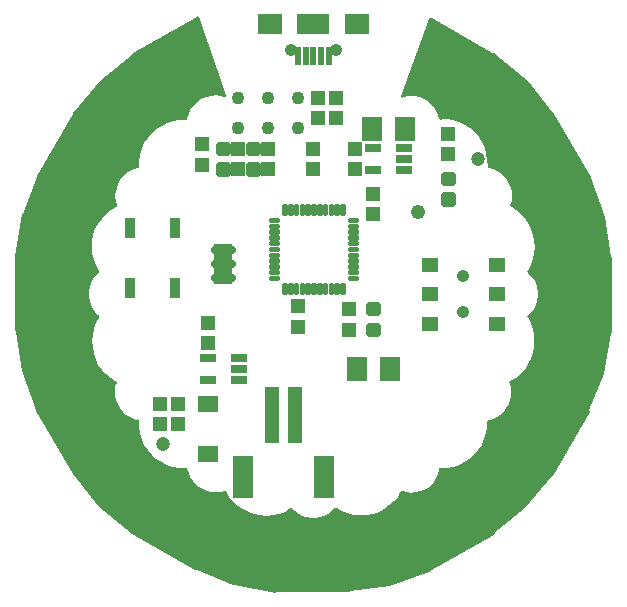
<source format=gbr>
G04 EAGLE Gerber RS-274X export*
G75*
%MOMM*%
%FSLAX34Y34*%
%LPD*%
%INSoldermask Top*%
%IPPOS*%
%AMOC8*
5,1,8,0,0,1.08239X$1,22.5*%
G01*
%ADD10C,4.267200*%
%ADD11C,0.457909*%
%ADD12R,1.403200X0.753200*%
%ADD13R,1.203200X4.803200*%
%ADD14R,1.803200X3.603200*%
%ADD15C,0.505344*%
%ADD16R,1.203200X1.303200*%
%ADD17R,1.353200X1.203200*%
%ADD18C,1.053200*%
%ADD19R,0.965200X1.727200*%
%ADD20R,1.803200X2.003200*%
%ADD21C,0.653200*%
%ADD22R,1.534156X3.495038*%
%ADD23C,1.203200*%
%ADD24R,1.673200X1.473200*%
%ADD25R,0.603200X1.603200*%
%ADD26R,2.000000X1.700000*%
%ADD27R,2.700000X1.700000*%
%ADD28C,1.219200*%
%ADD29C,1.092200*%

G36*
X-31700Y-252723D02*
X-31700Y-252723D01*
X-31656Y-252726D01*
X-31543Y-252703D01*
X-31429Y-252688D01*
X-31387Y-252671D01*
X-31344Y-252662D01*
X-31240Y-252612D01*
X-31134Y-252569D01*
X-31098Y-252543D01*
X-31058Y-252524D01*
X-30970Y-252449D01*
X-30877Y-252381D01*
X-30849Y-252347D01*
X-30815Y-252318D01*
X-30748Y-252224D01*
X-30706Y-252173D01*
X30264Y-252173D01*
X30328Y-252165D01*
X30393Y-252167D01*
X30486Y-252145D01*
X30580Y-252133D01*
X30640Y-252110D01*
X30703Y-252095D01*
X30787Y-252051D01*
X30875Y-252016D01*
X30928Y-251978D01*
X30985Y-251949D01*
X31056Y-251885D01*
X31133Y-251829D01*
X31174Y-251780D01*
X31218Y-251740D01*
X64826Y-246898D01*
X64874Y-246885D01*
X64922Y-246880D01*
X65077Y-246835D01*
X97836Y-234992D01*
X97872Y-235001D01*
X97950Y-235029D01*
X98026Y-235037D01*
X98100Y-235054D01*
X98183Y-235053D01*
X98266Y-235061D01*
X98342Y-235050D01*
X98418Y-235048D01*
X98498Y-235026D01*
X98581Y-235013D01*
X98651Y-234983D01*
X98724Y-234963D01*
X98868Y-234892D01*
X152761Y-203776D01*
X152813Y-203737D01*
X152869Y-203706D01*
X152939Y-203642D01*
X153014Y-203584D01*
X153055Y-203534D01*
X153102Y-203489D01*
X153153Y-203409D01*
X153212Y-203335D01*
X153238Y-203276D01*
X153273Y-203221D01*
X153303Y-203131D01*
X153341Y-203045D01*
X153352Y-202981D01*
X153372Y-202919D01*
X153379Y-202825D01*
X153395Y-202731D01*
X153389Y-202666D01*
X153393Y-202602D01*
X153376Y-202509D01*
X153368Y-202414D01*
X153347Y-202353D01*
X153335Y-202289D01*
X153295Y-202203D01*
X153264Y-202114D01*
X153228Y-202060D01*
X153201Y-202001D01*
X153133Y-201908D01*
X179116Y-181462D01*
X179151Y-181427D01*
X179191Y-181399D01*
X179302Y-181283D01*
X201916Y-154451D01*
X201984Y-154440D01*
X202053Y-154408D01*
X202126Y-154386D01*
X202197Y-154343D01*
X202274Y-154309D01*
X202333Y-154261D01*
X202398Y-154222D01*
X202457Y-154162D01*
X202522Y-154110D01*
X202568Y-154049D01*
X202621Y-153995D01*
X202710Y-153861D01*
X233825Y-99968D01*
X233850Y-99909D01*
X233884Y-99853D01*
X233911Y-99763D01*
X233948Y-99675D01*
X233958Y-99611D01*
X233977Y-99549D01*
X233981Y-99454D01*
X233995Y-99360D01*
X233988Y-99296D01*
X233991Y-99231D01*
X233972Y-99139D01*
X233962Y-99044D01*
X233939Y-98983D01*
X233926Y-98920D01*
X233884Y-98835D01*
X233851Y-98746D01*
X233814Y-98693D01*
X233785Y-98635D01*
X233724Y-98563D01*
X233669Y-98485D01*
X233621Y-98443D01*
X233601Y-98420D01*
X245857Y-67781D01*
X245866Y-67747D01*
X245878Y-67722D01*
X245880Y-67711D01*
X245890Y-67690D01*
X245928Y-67533D01*
X252125Y-32828D01*
X252145Y-32818D01*
X252204Y-32769D01*
X252268Y-32729D01*
X252325Y-32668D01*
X252389Y-32614D01*
X252434Y-32553D01*
X252486Y-32497D01*
X252526Y-32424D01*
X252575Y-32356D01*
X252603Y-32285D01*
X252640Y-32219D01*
X252660Y-32138D01*
X252691Y-32060D01*
X252700Y-31984D01*
X252719Y-31911D01*
X252729Y-31750D01*
X252729Y30480D01*
X252721Y30544D01*
X252723Y30609D01*
X252707Y30676D01*
X252707Y30680D01*
X252704Y30688D01*
X252701Y30701D01*
X252689Y30796D01*
X252666Y30856D01*
X252651Y30919D01*
X252607Y31003D01*
X252572Y31091D01*
X252534Y31143D01*
X252505Y31201D01*
X252441Y31272D01*
X252385Y31349D01*
X252336Y31390D01*
X252293Y31438D01*
X252214Y31491D01*
X252141Y31551D01*
X252082Y31579D01*
X252028Y31615D01*
X251939Y31646D01*
X251853Y31687D01*
X251789Y31699D01*
X251728Y31721D01*
X251667Y31726D01*
X246898Y64826D01*
X246885Y64874D01*
X246880Y64922D01*
X246835Y65077D01*
X234992Y97836D01*
X235001Y97872D01*
X235029Y97950D01*
X235037Y98026D01*
X235054Y98100D01*
X235053Y98183D01*
X235061Y98266D01*
X235050Y98342D01*
X235048Y98418D01*
X235026Y98498D01*
X235013Y98581D01*
X234983Y98651D01*
X234963Y98724D01*
X234892Y98868D01*
X203776Y152761D01*
X203737Y152813D01*
X203706Y152869D01*
X203642Y152939D01*
X203584Y153014D01*
X203534Y153055D01*
X203489Y153102D01*
X203409Y153153D01*
X203335Y153212D01*
X203276Y153238D01*
X203221Y153273D01*
X203131Y153303D01*
X203045Y153341D01*
X202981Y153352D01*
X202919Y153372D01*
X202825Y153379D01*
X202803Y153382D01*
X181894Y179955D01*
X181859Y179989D01*
X181830Y180029D01*
X181714Y180141D01*
X154093Y203420D01*
X153996Y203482D01*
X153905Y203551D01*
X153864Y203568D01*
X153826Y203593D01*
X153717Y203629D01*
X153611Y203673D01*
X153567Y203680D01*
X153525Y203694D01*
X153410Y203702D01*
X153296Y203718D01*
X153252Y203714D01*
X153207Y203717D01*
X153094Y203696D01*
X152980Y203684D01*
X152938Y203668D01*
X152895Y203660D01*
X152790Y203612D01*
X152682Y203572D01*
X152646Y203546D01*
X152605Y203528D01*
X152539Y203473D01*
X99968Y233825D01*
X99909Y233850D01*
X99853Y233884D01*
X99763Y233911D01*
X99675Y233948D01*
X99611Y233958D01*
X99549Y233977D01*
X99454Y233981D01*
X99360Y233995D01*
X99296Y233988D01*
X99231Y233991D01*
X99139Y233972D01*
X99044Y233962D01*
X98983Y233939D01*
X98920Y233926D01*
X98835Y233884D01*
X98746Y233851D01*
X98693Y233814D01*
X98635Y233785D01*
X98563Y233724D01*
X98485Y233669D01*
X98443Y233621D01*
X98393Y233578D01*
X98339Y233501D01*
X98277Y233429D01*
X98248Y233371D01*
X98211Y233318D01*
X98145Y233171D01*
X73754Y168064D01*
X73748Y168039D01*
X73737Y168016D01*
X73711Y167885D01*
X73680Y167755D01*
X73681Y167729D01*
X73676Y167704D01*
X73684Y167570D01*
X73686Y167437D01*
X73693Y167412D01*
X73694Y167387D01*
X73735Y167259D01*
X73771Y167130D01*
X73783Y167108D01*
X73791Y167084D01*
X73862Y166970D01*
X73929Y166854D01*
X73947Y166836D01*
X73960Y166814D01*
X74057Y166722D01*
X74151Y166626D01*
X74173Y166613D01*
X74191Y166596D01*
X74308Y166531D01*
X74422Y166461D01*
X74447Y166453D01*
X74469Y166441D01*
X74598Y166407D01*
X74727Y166368D01*
X74752Y166367D01*
X74777Y166360D01*
X74911Y166360D01*
X75044Y166354D01*
X75069Y166359D01*
X75095Y166359D01*
X75253Y166388D01*
X78952Y167322D01*
X82652Y167668D01*
X86361Y167441D01*
X89992Y166648D01*
X93458Y165306D01*
X96677Y163447D01*
X99572Y161117D01*
X102074Y158370D01*
X104126Y155270D01*
X105676Y151893D01*
X106717Y148223D01*
X106722Y148210D01*
X106725Y148196D01*
X106785Y148063D01*
X106841Y147930D01*
X106850Y147919D01*
X106855Y147906D01*
X106946Y147792D01*
X107034Y147677D01*
X107045Y147669D01*
X107054Y147658D01*
X107170Y147571D01*
X107284Y147481D01*
X107297Y147475D01*
X107308Y147467D01*
X107442Y147411D01*
X107575Y147352D01*
X107589Y147350D01*
X107602Y147345D01*
X107745Y147324D01*
X107889Y147300D01*
X107903Y147302D01*
X107917Y147300D01*
X108061Y147315D01*
X108206Y147328D01*
X108219Y147333D01*
X108233Y147334D01*
X108369Y147385D01*
X108506Y147434D01*
X108518Y147442D01*
X108531Y147446D01*
X108649Y147530D01*
X108770Y147611D01*
X108780Y147621D01*
X108791Y147629D01*
X108903Y147745D01*
X109203Y148096D01*
X113270Y147959D01*
X118435Y147066D01*
X123429Y145474D01*
X128158Y143212D01*
X132532Y140323D01*
X136469Y136862D01*
X139895Y132895D01*
X142744Y128495D01*
X144964Y123746D01*
X146512Y118738D01*
X147359Y113565D01*
X147491Y108238D01*
X147501Y108175D01*
X147501Y108111D01*
X147525Y108018D01*
X147539Y107923D01*
X147564Y107865D01*
X147580Y107803D01*
X147626Y107719D01*
X147663Y107631D01*
X147702Y107580D01*
X147732Y107524D01*
X147798Y107454D01*
X147857Y107378D01*
X147878Y107361D01*
X147907Y107312D01*
X147971Y107195D01*
X147989Y107176D01*
X148002Y107154D01*
X148097Y107060D01*
X148188Y106962D01*
X148210Y106949D01*
X148228Y106931D01*
X148344Y106863D01*
X148456Y106791D01*
X148480Y106783D01*
X148502Y106770D01*
X148654Y106717D01*
X152324Y105676D01*
X155702Y104126D01*
X158801Y102074D01*
X161549Y99572D01*
X163879Y96677D01*
X165737Y93458D01*
X167079Y89992D01*
X167873Y86361D01*
X168099Y82652D01*
X167754Y78952D01*
X167132Y76490D01*
X167070Y76469D01*
X166993Y76419D01*
X166911Y76378D01*
X166860Y76334D01*
X166802Y76297D01*
X166740Y76229D01*
X166671Y76169D01*
X166633Y76113D01*
X166586Y76063D01*
X166543Y75983D01*
X166491Y75907D01*
X166468Y75843D01*
X166435Y75783D01*
X166413Y75694D01*
X166382Y75608D01*
X166375Y75541D01*
X166359Y75475D01*
X166359Y75383D01*
X166350Y75292D01*
X166360Y75225D01*
X166361Y75157D01*
X166384Y75068D01*
X166398Y74978D01*
X166425Y74915D01*
X166442Y74849D01*
X166487Y74769D01*
X166523Y74685D01*
X166564Y74631D01*
X166597Y74572D01*
X166660Y74505D01*
X166716Y74433D01*
X166770Y74391D01*
X166817Y74341D01*
X166948Y74248D01*
X167041Y74190D01*
X167043Y74187D01*
X167128Y74070D01*
X167139Y74061D01*
X167148Y74050D01*
X167262Y73960D01*
X167374Y73868D01*
X167387Y73862D01*
X167398Y73854D01*
X167530Y73795D01*
X167662Y73734D01*
X167676Y73731D01*
X167689Y73726D01*
X167820Y73704D01*
X171470Y71429D01*
X175497Y68073D01*
X179026Y64197D01*
X181990Y59874D01*
X184334Y55185D01*
X186013Y50219D01*
X186996Y45070D01*
X187264Y39835D01*
X186812Y34613D01*
X185648Y29502D01*
X183795Y24598D01*
X181246Y19918D01*
X181223Y19859D01*
X181191Y19804D01*
X181165Y19712D01*
X181130Y19622D01*
X181122Y19559D01*
X181105Y19498D01*
X181103Y19402D01*
X181091Y19307D01*
X181100Y19244D01*
X181098Y19180D01*
X181120Y19087D01*
X181132Y18991D01*
X181156Y18932D01*
X181170Y18870D01*
X181215Y18785D01*
X181251Y18696D01*
X181288Y18645D01*
X181317Y18588D01*
X181382Y18517D01*
X181438Y18439D01*
X181487Y18399D01*
X181530Y18352D01*
X181610Y18298D01*
X181684Y18237D01*
X181742Y18211D01*
X181794Y18175D01*
X181885Y18144D01*
X181972Y18103D01*
X182034Y18091D01*
X182046Y18087D01*
X184628Y15430D01*
X186777Y12398D01*
X188436Y9072D01*
X189564Y5531D01*
X190135Y1858D01*
X190135Y-1858D01*
X189564Y-5531D01*
X188436Y-9072D01*
X186777Y-12398D01*
X184628Y-15430D01*
X182336Y-17789D01*
X182295Y-17797D01*
X182227Y-17800D01*
X182140Y-17827D01*
X182050Y-17845D01*
X181988Y-17874D01*
X181923Y-17894D01*
X181846Y-17942D01*
X181763Y-17982D01*
X181711Y-18026D01*
X181653Y-18061D01*
X181589Y-18127D01*
X181519Y-18186D01*
X181479Y-18241D01*
X181432Y-18290D01*
X181387Y-18370D01*
X181333Y-18444D01*
X181308Y-18508D01*
X181275Y-18567D01*
X181251Y-18655D01*
X181218Y-18740D01*
X181209Y-18808D01*
X181192Y-18874D01*
X181190Y-18965D01*
X181179Y-19056D01*
X181188Y-19124D01*
X181187Y-19192D01*
X181209Y-19280D01*
X181220Y-19371D01*
X181246Y-19435D01*
X181262Y-19501D01*
X181328Y-19647D01*
X183836Y-24350D01*
X185645Y-29269D01*
X186763Y-34391D01*
X187168Y-39617D01*
X186854Y-44849D01*
X185825Y-49989D01*
X184102Y-54940D01*
X181717Y-59607D01*
X178714Y-63904D01*
X175151Y-67749D01*
X171094Y-71069D01*
X166547Y-73847D01*
X166497Y-73887D01*
X166442Y-73918D01*
X166373Y-73985D01*
X166298Y-74045D01*
X166260Y-74096D01*
X166215Y-74141D01*
X166165Y-74223D01*
X166107Y-74299D01*
X166082Y-74358D01*
X166049Y-74412D01*
X166022Y-74504D01*
X165985Y-74593D01*
X165976Y-74656D01*
X165957Y-74717D01*
X165953Y-74813D01*
X165939Y-74908D01*
X165946Y-74971D01*
X165943Y-75034D01*
X165963Y-75128D01*
X165974Y-75224D01*
X165996Y-75284D01*
X166009Y-75346D01*
X166052Y-75432D01*
X166085Y-75522D01*
X166122Y-75574D01*
X166150Y-75631D01*
X166213Y-75704D01*
X166268Y-75782D01*
X166316Y-75824D01*
X166357Y-75872D01*
X166436Y-75927D01*
X166509Y-75989D01*
X166566Y-76017D01*
X166584Y-76030D01*
X167322Y-78952D01*
X167668Y-82652D01*
X167549Y-84606D01*
X167441Y-86361D01*
X166648Y-89992D01*
X165306Y-93458D01*
X163447Y-96677D01*
X161117Y-99572D01*
X158370Y-102074D01*
X155270Y-104126D01*
X151893Y-105676D01*
X149175Y-106447D01*
X149127Y-106415D01*
X149063Y-106393D01*
X149002Y-106362D01*
X148913Y-106342D01*
X148826Y-106312D01*
X148758Y-106307D01*
X148692Y-106292D01*
X148601Y-106295D01*
X148509Y-106287D01*
X148442Y-106299D01*
X148374Y-106301D01*
X148286Y-106326D01*
X148196Y-106342D01*
X148134Y-106370D01*
X148068Y-106389D01*
X147990Y-106435D01*
X147906Y-106473D01*
X147853Y-106515D01*
X147794Y-106550D01*
X147729Y-106614D01*
X147658Y-106671D01*
X147617Y-106726D01*
X147568Y-106774D01*
X147522Y-106853D01*
X147467Y-106926D01*
X147441Y-106989D01*
X147406Y-107047D01*
X147380Y-107135D01*
X147345Y-107219D01*
X147335Y-107287D01*
X147316Y-107352D01*
X147300Y-107512D01*
X147121Y-112839D01*
X146227Y-118004D01*
X144635Y-122998D01*
X142373Y-127727D01*
X139484Y-132101D01*
X136024Y-136038D01*
X132056Y-139463D01*
X127656Y-142313D01*
X122908Y-144533D01*
X117899Y-146081D01*
X112727Y-146928D01*
X107399Y-147060D01*
X107336Y-147069D01*
X107273Y-147069D01*
X107180Y-147093D01*
X107085Y-147108D01*
X107026Y-147132D01*
X106965Y-147148D01*
X106880Y-147194D01*
X106792Y-147232D01*
X106741Y-147270D01*
X106686Y-147301D01*
X106616Y-147367D01*
X106539Y-147425D01*
X106500Y-147475D01*
X106454Y-147518D01*
X106402Y-147599D01*
X106343Y-147675D01*
X106317Y-147733D01*
X106283Y-147787D01*
X106253Y-147878D01*
X106214Y-147966D01*
X106204Y-148029D01*
X106184Y-148089D01*
X106178Y-148185D01*
X106162Y-148280D01*
X106168Y-148343D01*
X106164Y-148406D01*
X106182Y-148501D01*
X106190Y-148596D01*
X106211Y-148656D01*
X106223Y-148719D01*
X106264Y-148806D01*
X106295Y-148897D01*
X106331Y-148949D01*
X106358Y-149007D01*
X106452Y-149137D01*
X106547Y-149252D01*
X105676Y-152324D01*
X104126Y-155702D01*
X102074Y-158801D01*
X99572Y-161549D01*
X96677Y-163879D01*
X93458Y-165737D01*
X89992Y-167079D01*
X86361Y-167873D01*
X82652Y-168099D01*
X78952Y-167754D01*
X76490Y-167132D01*
X76469Y-167070D01*
X76419Y-166993D01*
X76378Y-166911D01*
X76334Y-166860D01*
X76297Y-166802D01*
X76229Y-166740D01*
X76169Y-166671D01*
X76113Y-166633D01*
X76063Y-166586D01*
X75983Y-166543D01*
X75907Y-166491D01*
X75843Y-166468D01*
X75783Y-166435D01*
X75694Y-166413D01*
X75609Y-166382D01*
X75541Y-166375D01*
X75475Y-166358D01*
X75383Y-166359D01*
X75292Y-166350D01*
X75225Y-166360D01*
X75157Y-166361D01*
X75068Y-166384D01*
X74978Y-166398D01*
X74915Y-166425D01*
X74849Y-166442D01*
X74769Y-166487D01*
X74685Y-166523D01*
X74631Y-166564D01*
X74572Y-166597D01*
X74505Y-166660D01*
X74433Y-166716D01*
X74391Y-166770D01*
X74341Y-166817D01*
X74248Y-166947D01*
X74190Y-167041D01*
X74187Y-167043D01*
X74070Y-167128D01*
X74061Y-167139D01*
X74050Y-167148D01*
X73960Y-167262D01*
X73868Y-167374D01*
X73862Y-167387D01*
X73854Y-167398D01*
X73795Y-167530D01*
X73734Y-167662D01*
X73731Y-167676D01*
X73726Y-167689D01*
X73704Y-167820D01*
X71429Y-171470D01*
X68073Y-175497D01*
X64197Y-179026D01*
X59874Y-181990D01*
X55185Y-184334D01*
X50219Y-186013D01*
X45070Y-186996D01*
X39835Y-187264D01*
X34613Y-186812D01*
X29502Y-185648D01*
X24599Y-183795D01*
X19919Y-181246D01*
X19859Y-181223D01*
X19804Y-181191D01*
X19712Y-181165D01*
X19622Y-181130D01*
X19559Y-181122D01*
X19498Y-181105D01*
X19402Y-181103D01*
X19307Y-181091D01*
X19244Y-181100D01*
X19180Y-181098D01*
X19151Y-181105D01*
X19023Y-181069D01*
X18998Y-181068D01*
X18973Y-181062D01*
X18839Y-181064D01*
X18705Y-181061D01*
X18681Y-181067D01*
X18655Y-181067D01*
X18526Y-181103D01*
X18396Y-181133D01*
X18373Y-181145D01*
X18348Y-181151D01*
X18232Y-181218D01*
X18113Y-181279D01*
X18094Y-181296D01*
X18072Y-181309D01*
X17950Y-181414D01*
X15214Y-184072D01*
X12182Y-186221D01*
X8856Y-187880D01*
X5315Y-189008D01*
X1643Y-189579D01*
X-2074Y-189579D01*
X-5746Y-189008D01*
X-9288Y-187880D01*
X-12613Y-186221D01*
X-15645Y-184072D01*
X-18381Y-181414D01*
X-18392Y-181405D01*
X-18401Y-181394D01*
X-18469Y-181346D01*
X-18477Y-181338D01*
X-18487Y-181333D01*
X-18520Y-181309D01*
X-18635Y-181222D01*
X-18648Y-181217D01*
X-18660Y-181209D01*
X-18796Y-181155D01*
X-18929Y-181100D01*
X-18943Y-181098D01*
X-18956Y-181093D01*
X-19101Y-181075D01*
X-19244Y-181055D01*
X-19258Y-181056D01*
X-19272Y-181055D01*
X-19416Y-181074D01*
X-19560Y-181089D01*
X-19573Y-181094D01*
X-19587Y-181096D01*
X-19722Y-181150D01*
X-19858Y-181201D01*
X-19869Y-181209D01*
X-19882Y-181214D01*
X-19999Y-181300D01*
X-20118Y-181383D01*
X-20127Y-181394D01*
X-20139Y-181402D01*
X-20230Y-181514D01*
X-20325Y-181625D01*
X-20331Y-181637D01*
X-20340Y-181648D01*
X-20401Y-181780D01*
X-20466Y-181910D01*
X-20469Y-181924D01*
X-20474Y-181937D01*
X-20514Y-182093D01*
X-20540Y-182236D01*
X-24350Y-184267D01*
X-29269Y-186077D01*
X-34391Y-187195D01*
X-39617Y-187600D01*
X-44849Y-187286D01*
X-49989Y-186257D01*
X-54939Y-184534D01*
X-59607Y-182148D01*
X-63904Y-179146D01*
X-67749Y-175582D01*
X-71069Y-171526D01*
X-73847Y-166978D01*
X-73886Y-166929D01*
X-73929Y-166854D01*
X-73947Y-166836D01*
X-73960Y-166814D01*
X-74032Y-166746D01*
X-74045Y-166730D01*
X-74064Y-166716D01*
X-74151Y-166626D01*
X-74173Y-166613D01*
X-74191Y-166596D01*
X-74308Y-166531D01*
X-74422Y-166461D01*
X-74447Y-166453D01*
X-74469Y-166441D01*
X-74598Y-166407D01*
X-74727Y-166368D01*
X-74752Y-166367D01*
X-74777Y-166360D01*
X-74911Y-166360D01*
X-75044Y-166354D01*
X-75069Y-166359D01*
X-75095Y-166359D01*
X-75253Y-166388D01*
X-78952Y-167322D01*
X-82652Y-167668D01*
X-86361Y-167441D01*
X-89992Y-166648D01*
X-93458Y-165306D01*
X-96677Y-163447D01*
X-99572Y-161117D01*
X-102074Y-158370D01*
X-104126Y-155270D01*
X-105676Y-151893D01*
X-106717Y-148223D01*
X-106722Y-148210D01*
X-106725Y-148196D01*
X-106785Y-148063D01*
X-106841Y-147930D01*
X-106850Y-147919D01*
X-106855Y-147906D01*
X-106946Y-147792D01*
X-107034Y-147677D01*
X-107045Y-147669D01*
X-107054Y-147658D01*
X-107170Y-147571D01*
X-107284Y-147481D01*
X-107297Y-147475D01*
X-107308Y-147467D01*
X-107442Y-147411D01*
X-107575Y-147352D01*
X-107589Y-147350D01*
X-107602Y-147345D01*
X-107745Y-147324D01*
X-107889Y-147300D01*
X-107903Y-147302D01*
X-107917Y-147300D01*
X-108061Y-147315D01*
X-108162Y-147324D01*
X-108191Y-147316D01*
X-108351Y-147300D01*
X-113677Y-147121D01*
X-118842Y-146227D01*
X-123836Y-144635D01*
X-128565Y-142373D01*
X-132939Y-139484D01*
X-136876Y-136024D01*
X-140302Y-132056D01*
X-143151Y-127656D01*
X-145371Y-122908D01*
X-146919Y-117899D01*
X-147766Y-112727D01*
X-147871Y-108498D01*
X-147821Y-108408D01*
X-147815Y-108383D01*
X-147804Y-108361D01*
X-147775Y-108230D01*
X-147742Y-108100D01*
X-147741Y-108075D01*
X-147736Y-108050D01*
X-147741Y-107916D01*
X-147741Y-107782D01*
X-147747Y-107758D01*
X-147748Y-107732D01*
X-147786Y-107604D01*
X-147819Y-107474D01*
X-147831Y-107452D01*
X-147838Y-107427D01*
X-147907Y-107312D01*
X-147908Y-107311D01*
X-147908Y-107273D01*
X-147932Y-107180D01*
X-147946Y-107085D01*
X-147971Y-107026D01*
X-147987Y-106965D01*
X-148033Y-106880D01*
X-148070Y-106792D01*
X-148109Y-106741D01*
X-148139Y-106686D01*
X-148205Y-106616D01*
X-148264Y-106539D01*
X-148313Y-106500D01*
X-148357Y-106454D01*
X-148438Y-106402D01*
X-148513Y-106343D01*
X-148572Y-106317D01*
X-148625Y-106283D01*
X-148716Y-106253D01*
X-148804Y-106214D01*
X-148867Y-106204D01*
X-148927Y-106184D01*
X-149023Y-106178D01*
X-149118Y-106162D01*
X-149181Y-106168D01*
X-149245Y-106164D01*
X-149339Y-106182D01*
X-149435Y-106190D01*
X-149495Y-106211D01*
X-149557Y-106223D01*
X-149644Y-106264D01*
X-149735Y-106295D01*
X-149788Y-106331D01*
X-149845Y-106358D01*
X-149866Y-106373D01*
X-152324Y-105676D01*
X-155702Y-104126D01*
X-158801Y-102074D01*
X-161549Y-99572D01*
X-163879Y-96677D01*
X-165737Y-93458D01*
X-167079Y-89992D01*
X-167873Y-86361D01*
X-168099Y-82652D01*
X-167754Y-78952D01*
X-167132Y-76490D01*
X-167069Y-76469D01*
X-166993Y-76419D01*
X-166911Y-76378D01*
X-166860Y-76334D01*
X-166802Y-76297D01*
X-166740Y-76229D01*
X-166671Y-76169D01*
X-166633Y-76113D01*
X-166586Y-76063D01*
X-166543Y-75983D01*
X-166491Y-75907D01*
X-166468Y-75843D01*
X-166435Y-75783D01*
X-166413Y-75694D01*
X-166382Y-75609D01*
X-166375Y-75541D01*
X-166358Y-75475D01*
X-166359Y-75383D01*
X-166350Y-75292D01*
X-166360Y-75225D01*
X-166361Y-75157D01*
X-166384Y-75068D01*
X-166398Y-74978D01*
X-166425Y-74915D01*
X-166442Y-74849D01*
X-166487Y-74769D01*
X-166523Y-74685D01*
X-166564Y-74631D01*
X-166597Y-74572D01*
X-166660Y-74505D01*
X-166716Y-74433D01*
X-166770Y-74391D01*
X-166816Y-74341D01*
X-166947Y-74248D01*
X-167041Y-74190D01*
X-167043Y-74187D01*
X-167128Y-74070D01*
X-167139Y-74061D01*
X-167148Y-74050D01*
X-167262Y-73960D01*
X-167374Y-73868D01*
X-167387Y-73862D01*
X-167398Y-73854D01*
X-167530Y-73795D01*
X-167662Y-73734D01*
X-167676Y-73731D01*
X-167689Y-73726D01*
X-167820Y-73704D01*
X-171470Y-71429D01*
X-175497Y-68073D01*
X-179026Y-64197D01*
X-181990Y-59874D01*
X-184334Y-55185D01*
X-186013Y-50219D01*
X-186996Y-45070D01*
X-187264Y-39835D01*
X-186812Y-34613D01*
X-185648Y-29502D01*
X-183795Y-24598D01*
X-181246Y-19918D01*
X-181223Y-19859D01*
X-181191Y-19804D01*
X-181165Y-19712D01*
X-181130Y-19622D01*
X-181122Y-19559D01*
X-181105Y-19498D01*
X-181103Y-19402D01*
X-181091Y-19307D01*
X-181100Y-19244D01*
X-181098Y-19180D01*
X-181120Y-19087D01*
X-181132Y-18991D01*
X-181156Y-18932D01*
X-181170Y-18870D01*
X-181215Y-18785D01*
X-181250Y-18696D01*
X-181288Y-18645D01*
X-181317Y-18588D01*
X-181382Y-18517D01*
X-181438Y-18439D01*
X-181487Y-18399D01*
X-181530Y-18352D01*
X-181610Y-18298D01*
X-181684Y-18237D01*
X-181741Y-18211D01*
X-181794Y-18175D01*
X-181885Y-18144D01*
X-181972Y-18103D01*
X-182034Y-18091D01*
X-182046Y-18087D01*
X-184628Y-15430D01*
X-186777Y-12398D01*
X-188436Y-9072D01*
X-189564Y-5531D01*
X-190135Y-1858D01*
X-190135Y1858D01*
X-189564Y5531D01*
X-188436Y9072D01*
X-186777Y12398D01*
X-184628Y15430D01*
X-181970Y18166D01*
X-181961Y18177D01*
X-181950Y18186D01*
X-181911Y18241D01*
X-181863Y18290D01*
X-181825Y18358D01*
X-181778Y18420D01*
X-181773Y18432D01*
X-181765Y18444D01*
X-181740Y18507D01*
X-181706Y18567D01*
X-181686Y18642D01*
X-181656Y18713D01*
X-181654Y18727D01*
X-181649Y18740D01*
X-181641Y18808D01*
X-181623Y18874D01*
X-181622Y18951D01*
X-181611Y19028D01*
X-181612Y19042D01*
X-181611Y19056D01*
X-181620Y19124D01*
X-181619Y19192D01*
X-181637Y19267D01*
X-181645Y19344D01*
X-181650Y19357D01*
X-181652Y19371D01*
X-181677Y19435D01*
X-181693Y19501D01*
X-181755Y19637D01*
X-181757Y19642D01*
X-181758Y19644D01*
X-181760Y19647D01*
X-184267Y24350D01*
X-186077Y29269D01*
X-187195Y34391D01*
X-187600Y39617D01*
X-187286Y44849D01*
X-186257Y49989D01*
X-184534Y54939D01*
X-182148Y59607D01*
X-179146Y63904D01*
X-175582Y67749D01*
X-171526Y71069D01*
X-166978Y73847D01*
X-166929Y73886D01*
X-166854Y73929D01*
X-166836Y73947D01*
X-166814Y73960D01*
X-166746Y74032D01*
X-166730Y74045D01*
X-166716Y74064D01*
X-166626Y74151D01*
X-166613Y74173D01*
X-166596Y74191D01*
X-166531Y74308D01*
X-166461Y74422D01*
X-166453Y74447D01*
X-166441Y74469D01*
X-166407Y74598D01*
X-166368Y74727D01*
X-166367Y74752D01*
X-166360Y74777D01*
X-166360Y74911D01*
X-166354Y75044D01*
X-166359Y75069D01*
X-166359Y75095D01*
X-166388Y75253D01*
X-167322Y78952D01*
X-167668Y82652D01*
X-167601Y83746D01*
X-167601Y83747D01*
X-167446Y86285D01*
X-167441Y86361D01*
X-166648Y89992D01*
X-165306Y93458D01*
X-163447Y96677D01*
X-161117Y99572D01*
X-158370Y102074D01*
X-155270Y104126D01*
X-151893Y105676D01*
X-149653Y106311D01*
X-149597Y106307D01*
X-149530Y106292D01*
X-149439Y106295D01*
X-149348Y106287D01*
X-149281Y106299D01*
X-149213Y106301D01*
X-149125Y106326D01*
X-149034Y106342D01*
X-148972Y106370D01*
X-148907Y106389D01*
X-148828Y106435D01*
X-148745Y106473D01*
X-148691Y106515D01*
X-148633Y106550D01*
X-148568Y106614D01*
X-148559Y106621D01*
X-148223Y106717D01*
X-148210Y106722D01*
X-148196Y106725D01*
X-148063Y106785D01*
X-147930Y106841D01*
X-147919Y106850D01*
X-147906Y106855D01*
X-147792Y106946D01*
X-147677Y107034D01*
X-147669Y107045D01*
X-147658Y107054D01*
X-147571Y107170D01*
X-147481Y107284D01*
X-147475Y107297D01*
X-147467Y107308D01*
X-147411Y107442D01*
X-147352Y107575D01*
X-147350Y107589D01*
X-147345Y107602D01*
X-147324Y107745D01*
X-147300Y107889D01*
X-147302Y107903D01*
X-147300Y107917D01*
X-147315Y108061D01*
X-147328Y108206D01*
X-147333Y108219D01*
X-147334Y108233D01*
X-147385Y108369D01*
X-147434Y108506D01*
X-147442Y108518D01*
X-147446Y108531D01*
X-147530Y108649D01*
X-147563Y108699D01*
X-147596Y108751D01*
X-147601Y108756D01*
X-147611Y108770D01*
X-147621Y108780D01*
X-147629Y108791D01*
X-147745Y108903D01*
X-148082Y109191D01*
X-147959Y112839D01*
X-147066Y118004D01*
X-145474Y122998D01*
X-143212Y127726D01*
X-140323Y132101D01*
X-136862Y136038D01*
X-132895Y139463D01*
X-128495Y142313D01*
X-123746Y144532D01*
X-118738Y146080D01*
X-113565Y146927D01*
X-108238Y147060D01*
X-108175Y147069D01*
X-108111Y147069D01*
X-108018Y147093D01*
X-107923Y147107D01*
X-107865Y147132D01*
X-107803Y147148D01*
X-107719Y147194D01*
X-107630Y147232D01*
X-107580Y147270D01*
X-107524Y147301D01*
X-107454Y147367D01*
X-107378Y147425D01*
X-107339Y147475D01*
X-107292Y147518D01*
X-107241Y147599D01*
X-107181Y147675D01*
X-107156Y147733D01*
X-107121Y147787D01*
X-107092Y147878D01*
X-107053Y147966D01*
X-107042Y148029D01*
X-107023Y148089D01*
X-107020Y148135D01*
X-106962Y148188D01*
X-106949Y148210D01*
X-106931Y148228D01*
X-106863Y148344D01*
X-106791Y148456D01*
X-106783Y148480D01*
X-106770Y148502D01*
X-106717Y148654D01*
X-105676Y152324D01*
X-104126Y155702D01*
X-102074Y158801D01*
X-99572Y161549D01*
X-96677Y163879D01*
X-93458Y165737D01*
X-89992Y167079D01*
X-86361Y167873D01*
X-82652Y168099D01*
X-78952Y167754D01*
X-75253Y166820D01*
X-75239Y166818D01*
X-75226Y166813D01*
X-75083Y166799D01*
X-74937Y166781D01*
X-74923Y166783D01*
X-74909Y166782D01*
X-74767Y166803D01*
X-74622Y166822D01*
X-74609Y166827D01*
X-74595Y166829D01*
X-74462Y166886D01*
X-74327Y166940D01*
X-74315Y166949D01*
X-74303Y166954D01*
X-74187Y167043D01*
X-74070Y167128D01*
X-74061Y167139D01*
X-74050Y167148D01*
X-73960Y167262D01*
X-73868Y167374D01*
X-73862Y167387D01*
X-73854Y167398D01*
X-73795Y167530D01*
X-73734Y167662D01*
X-73731Y167676D01*
X-73726Y167689D01*
X-73702Y167832D01*
X-73675Y167975D01*
X-73676Y167989D01*
X-73674Y168003D01*
X-73687Y168146D01*
X-73696Y168292D01*
X-73701Y168305D01*
X-73702Y168319D01*
X-73746Y168474D01*
X-97037Y234216D01*
X-97072Y234284D01*
X-97096Y234356D01*
X-97143Y234426D01*
X-97180Y234500D01*
X-97230Y234558D01*
X-97272Y234621D01*
X-97334Y234677D01*
X-97389Y234740D01*
X-97452Y234783D01*
X-97508Y234834D01*
X-97582Y234873D01*
X-97651Y234920D01*
X-97723Y234946D01*
X-97790Y234982D01*
X-97872Y235001D01*
X-97950Y235029D01*
X-98026Y235037D01*
X-98100Y235054D01*
X-98183Y235053D01*
X-98266Y235061D01*
X-98342Y235050D01*
X-98418Y235048D01*
X-98498Y235026D01*
X-98581Y235013D01*
X-98651Y234983D01*
X-98724Y234963D01*
X-98868Y234892D01*
X-152761Y203776D01*
X-152813Y203737D01*
X-152869Y203706D01*
X-152939Y203642D01*
X-153014Y203584D01*
X-153055Y203534D01*
X-153102Y203489D01*
X-153153Y203409D01*
X-153212Y203335D01*
X-153238Y203276D01*
X-153273Y203221D01*
X-153303Y203131D01*
X-153341Y203045D01*
X-153352Y202981D01*
X-153372Y202919D01*
X-153379Y202825D01*
X-153395Y202731D01*
X-153389Y202666D01*
X-153393Y202602D01*
X-153376Y202509D01*
X-153368Y202414D01*
X-153360Y202389D01*
X-179955Y181462D01*
X-179989Y181427D01*
X-180029Y181399D01*
X-180141Y181282D01*
X-203420Y153662D01*
X-203483Y153565D01*
X-203551Y153473D01*
X-203569Y153432D01*
X-203593Y153395D01*
X-203629Y153286D01*
X-203673Y153179D01*
X-203680Y153135D01*
X-203694Y153093D01*
X-203702Y152978D01*
X-203718Y152865D01*
X-203714Y152820D01*
X-203717Y152776D01*
X-203696Y152663D01*
X-203684Y152549D01*
X-203668Y152507D01*
X-203660Y152463D01*
X-203612Y152358D01*
X-203598Y152322D01*
X-233825Y99968D01*
X-233850Y99909D01*
X-233884Y99853D01*
X-233911Y99763D01*
X-233948Y99675D01*
X-233958Y99611D01*
X-233977Y99549D01*
X-233981Y99454D01*
X-233995Y99360D01*
X-233988Y99296D01*
X-233991Y99231D01*
X-233971Y99138D01*
X-233962Y99044D01*
X-233939Y98983D01*
X-233926Y98920D01*
X-233884Y98835D01*
X-233876Y98813D01*
X-246288Y67781D01*
X-246301Y67734D01*
X-246321Y67690D01*
X-246359Y67533D01*
X-252709Y31973D01*
X-252711Y31941D01*
X-252719Y31911D01*
X-252726Y31796D01*
X-252727Y31794D01*
X-252727Y31792D01*
X-252729Y31750D01*
X-252729Y-30480D01*
X-252721Y-30544D01*
X-252723Y-30609D01*
X-252701Y-30701D01*
X-252689Y-30796D01*
X-252666Y-30856D01*
X-252651Y-30919D01*
X-252607Y-31003D01*
X-252572Y-31091D01*
X-252534Y-31143D01*
X-252505Y-31201D01*
X-252441Y-31272D01*
X-252385Y-31349D01*
X-252336Y-31390D01*
X-252293Y-31438D01*
X-252214Y-31491D01*
X-252141Y-31551D01*
X-252082Y-31579D01*
X-252028Y-31615D01*
X-251939Y-31646D01*
X-251853Y-31687D01*
X-251789Y-31699D01*
X-251728Y-31721D01*
X-251667Y-31726D01*
X-246898Y-64826D01*
X-246885Y-64874D01*
X-246880Y-64922D01*
X-246835Y-65077D01*
X-234992Y-97836D01*
X-235001Y-97872D01*
X-235029Y-97950D01*
X-235037Y-98026D01*
X-235054Y-98100D01*
X-235053Y-98183D01*
X-235061Y-98266D01*
X-235050Y-98342D01*
X-235048Y-98418D01*
X-235026Y-98498D01*
X-235013Y-98581D01*
X-234983Y-98651D01*
X-234963Y-98724D01*
X-234892Y-98868D01*
X-203776Y-152761D01*
X-203737Y-152813D01*
X-203706Y-152869D01*
X-203642Y-152939D01*
X-203584Y-153014D01*
X-203534Y-153055D01*
X-203489Y-153102D01*
X-203409Y-153153D01*
X-203335Y-153212D01*
X-203276Y-153238D01*
X-203221Y-153273D01*
X-203131Y-153303D01*
X-203045Y-153341D01*
X-202981Y-153352D01*
X-202919Y-153372D01*
X-202825Y-153379D01*
X-202731Y-153395D01*
X-202666Y-153389D01*
X-202602Y-153393D01*
X-202549Y-153384D01*
X-182301Y-179116D01*
X-182266Y-179151D01*
X-182237Y-179191D01*
X-182121Y-179302D01*
X-154500Y-202581D01*
X-154403Y-202644D01*
X-154312Y-202713D01*
X-154271Y-202730D01*
X-154233Y-202754D01*
X-154124Y-202791D01*
X-154018Y-202835D01*
X-153974Y-202841D01*
X-153932Y-202855D01*
X-153817Y-202864D01*
X-153703Y-202880D01*
X-153659Y-202875D01*
X-153615Y-202878D01*
X-153580Y-202872D01*
X-99968Y-233825D01*
X-99909Y-233850D01*
X-99853Y-233884D01*
X-99763Y-233911D01*
X-99675Y-233948D01*
X-99611Y-233958D01*
X-99549Y-233977D01*
X-99454Y-233981D01*
X-99360Y-233995D01*
X-99296Y-233988D01*
X-99231Y-233991D01*
X-99139Y-233972D01*
X-99044Y-233962D01*
X-98983Y-233939D01*
X-98920Y-233926D01*
X-98835Y-233884D01*
X-98813Y-233876D01*
X-67781Y-246288D01*
X-67734Y-246301D01*
X-67690Y-246321D01*
X-67533Y-246359D01*
X-31973Y-252709D01*
X-31858Y-252715D01*
X-31744Y-252729D01*
X-31700Y-252723D01*
G37*
D10*
X-109850Y189740D03*
X-189740Y109850D03*
X-189740Y-109850D03*
X109850Y-189740D03*
X219700Y0D03*
X189740Y-109850D03*
X-219700Y0D03*
X189740Y109850D03*
X109850Y189740D03*
X0Y-219700D03*
X-109850Y-189740D03*
D11*
X24804Y68738D02*
X24804Y74192D01*
X24804Y68738D02*
X24350Y68738D01*
X24350Y74192D01*
X24804Y74192D01*
X24804Y73088D02*
X24350Y73088D01*
X19804Y74192D02*
X19804Y68738D01*
X19350Y68738D01*
X19350Y74192D01*
X19804Y74192D01*
X19804Y73088D02*
X19350Y73088D01*
X15016Y74192D02*
X15016Y68738D01*
X14562Y68738D01*
X14562Y74192D01*
X15016Y74192D01*
X15016Y73088D02*
X14562Y73088D01*
X10016Y74192D02*
X10016Y68738D01*
X9562Y68738D01*
X9562Y74192D01*
X10016Y74192D01*
X10016Y73088D02*
X9562Y73088D01*
X5227Y74192D02*
X5227Y68738D01*
X4773Y68738D01*
X4773Y74192D01*
X5227Y74192D01*
X5227Y73088D02*
X4773Y73088D01*
X227Y74192D02*
X227Y68738D01*
X-227Y68738D01*
X-227Y74192D01*
X227Y74192D01*
X227Y73088D02*
X-227Y73088D01*
X-5227Y74192D02*
X-5227Y68738D01*
X-5227Y74192D02*
X-4773Y74192D01*
X-4773Y68738D01*
X-5227Y68738D01*
X-5227Y73088D02*
X-4773Y73088D01*
X-10016Y74192D02*
X-10016Y68738D01*
X-10016Y74192D02*
X-9562Y74192D01*
X-9562Y68738D01*
X-10016Y68738D01*
X-10016Y73088D02*
X-9562Y73088D01*
X-15016Y74192D02*
X-15016Y68738D01*
X-15016Y74192D02*
X-14562Y74192D01*
X-14562Y68738D01*
X-15016Y68738D01*
X-15016Y73088D02*
X-14562Y73088D01*
X-19804Y74192D02*
X-19804Y68738D01*
X-19804Y74192D02*
X-19350Y74192D01*
X-19350Y68738D01*
X-19804Y68738D01*
X-19804Y73088D02*
X-19350Y73088D01*
X-24804Y74192D02*
X-24804Y68738D01*
X-24804Y74192D02*
X-24350Y74192D01*
X-24350Y68738D01*
X-24804Y68738D01*
X-24804Y73088D02*
X-24350Y73088D01*
X-30638Y62904D02*
X-36092Y62904D01*
X-30638Y62904D02*
X-30638Y62450D01*
X-36092Y62450D01*
X-36092Y62904D01*
X-36092Y57904D02*
X-30638Y57904D01*
X-30638Y57450D01*
X-36092Y57450D01*
X-36092Y57904D01*
X-36092Y53116D02*
X-30638Y53116D01*
X-30638Y52662D01*
X-36092Y52662D01*
X-36092Y53116D01*
X-36092Y48116D02*
X-30638Y48116D01*
X-30638Y47662D01*
X-36092Y47662D01*
X-36092Y48116D01*
X-36092Y43327D02*
X-30638Y43327D01*
X-30638Y42873D01*
X-36092Y42873D01*
X-36092Y43327D01*
X-36092Y38327D02*
X-30638Y38327D01*
X-30638Y37873D01*
X-36092Y37873D01*
X-36092Y38327D01*
X-36092Y32873D02*
X-30638Y32873D01*
X-36092Y32873D02*
X-36092Y33327D01*
X-30638Y33327D01*
X-30638Y32873D01*
X-30638Y28084D02*
X-36092Y28084D01*
X-36092Y28538D01*
X-30638Y28538D01*
X-30638Y28084D01*
X-30638Y23084D02*
X-36092Y23084D01*
X-36092Y23538D01*
X-30638Y23538D01*
X-30638Y23084D01*
X-30638Y18296D02*
X-36092Y18296D01*
X-36092Y18750D01*
X-30638Y18750D01*
X-30638Y18296D01*
X-30638Y13296D02*
X-36092Y13296D01*
X-36092Y13750D01*
X-30638Y13750D01*
X-30638Y13296D01*
X-24804Y7462D02*
X-24804Y2008D01*
X-24804Y7462D02*
X-24350Y7462D01*
X-24350Y2008D01*
X-24804Y2008D01*
X-24804Y6358D02*
X-24350Y6358D01*
X-19804Y7462D02*
X-19804Y2008D01*
X-19804Y7462D02*
X-19350Y7462D01*
X-19350Y2008D01*
X-19804Y2008D01*
X-19804Y6358D02*
X-19350Y6358D01*
X-15016Y7462D02*
X-15016Y2008D01*
X-15016Y7462D02*
X-14562Y7462D01*
X-14562Y2008D01*
X-15016Y2008D01*
X-15016Y6358D02*
X-14562Y6358D01*
X-10016Y7462D02*
X-10016Y2008D01*
X-10016Y7462D02*
X-9562Y7462D01*
X-9562Y2008D01*
X-10016Y2008D01*
X-10016Y6358D02*
X-9562Y6358D01*
X-5227Y7462D02*
X-5227Y2008D01*
X-5227Y7462D02*
X-4773Y7462D01*
X-4773Y2008D01*
X-5227Y2008D01*
X-5227Y6358D02*
X-4773Y6358D01*
X-227Y7462D02*
X-227Y2008D01*
X-227Y7462D02*
X227Y7462D01*
X227Y2008D01*
X-227Y2008D01*
X-227Y6358D02*
X227Y6358D01*
X5227Y7462D02*
X5227Y2008D01*
X4773Y2008D01*
X4773Y7462D01*
X5227Y7462D01*
X5227Y6358D02*
X4773Y6358D01*
X10016Y7462D02*
X10016Y2008D01*
X9562Y2008D01*
X9562Y7462D01*
X10016Y7462D01*
X10016Y6358D02*
X9562Y6358D01*
X15016Y7462D02*
X15016Y2008D01*
X14562Y2008D01*
X14562Y7462D01*
X15016Y7462D01*
X15016Y6358D02*
X14562Y6358D01*
X19804Y7462D02*
X19804Y2008D01*
X19350Y2008D01*
X19350Y7462D01*
X19804Y7462D01*
X19804Y6358D02*
X19350Y6358D01*
X24804Y7462D02*
X24804Y2008D01*
X24350Y2008D01*
X24350Y7462D01*
X24804Y7462D01*
X24804Y6358D02*
X24350Y6358D01*
X30638Y13296D02*
X36092Y13296D01*
X30638Y13296D02*
X30638Y13750D01*
X36092Y13750D01*
X36092Y13296D01*
X36092Y18296D02*
X30638Y18296D01*
X30638Y18750D01*
X36092Y18750D01*
X36092Y18296D01*
X36092Y23084D02*
X30638Y23084D01*
X30638Y23538D01*
X36092Y23538D01*
X36092Y23084D01*
X36092Y28084D02*
X30638Y28084D01*
X30638Y28538D01*
X36092Y28538D01*
X36092Y28084D01*
X36092Y32873D02*
X30638Y32873D01*
X30638Y33327D01*
X36092Y33327D01*
X36092Y32873D01*
X36092Y37873D02*
X30638Y37873D01*
X30638Y38327D01*
X36092Y38327D01*
X36092Y37873D01*
X36092Y43327D02*
X30638Y43327D01*
X36092Y43327D02*
X36092Y42873D01*
X30638Y42873D01*
X30638Y43327D01*
X30638Y48116D02*
X36092Y48116D01*
X36092Y47662D01*
X30638Y47662D01*
X30638Y48116D01*
X30638Y53116D02*
X36092Y53116D01*
X36092Y52662D01*
X30638Y52662D01*
X30638Y53116D01*
X30638Y57904D02*
X36092Y57904D01*
X36092Y57450D01*
X30638Y57450D01*
X30638Y57904D01*
X30638Y62904D02*
X36092Y62904D01*
X36092Y62450D01*
X30638Y62450D01*
X30638Y62904D01*
D12*
X76501Y104800D03*
X76501Y114300D03*
X76501Y123800D03*
X50499Y123800D03*
X50499Y104800D03*
X-63199Y-73000D03*
X-63199Y-63500D03*
X-63199Y-54000D03*
X-89201Y-54000D03*
X-89201Y-73000D03*
D13*
X-15400Y-102700D03*
X-35400Y-102700D03*
D14*
X8600Y-154700D03*
X-59400Y-154700D03*
D15*
X110810Y83620D02*
X117790Y83620D01*
X117790Y76640D01*
X110810Y76640D01*
X110810Y83620D01*
X110810Y81440D02*
X117790Y81440D01*
X117790Y101160D02*
X110810Y101160D01*
X117790Y101160D02*
X117790Y94180D01*
X110810Y94180D01*
X110810Y101160D01*
X110810Y98980D02*
X117790Y98980D01*
D16*
X-88900Y-41520D03*
X-88900Y-24520D03*
X114300Y118500D03*
X114300Y135500D03*
D17*
X98750Y25000D03*
X98750Y0D03*
X98750Y-25000D03*
X155250Y25000D03*
X155250Y0D03*
X155250Y-25000D03*
D18*
X127000Y15000D03*
X127000Y-15000D03*
D19*
X-154940Y5080D03*
X-154940Y55880D03*
X-116840Y5080D03*
X-116840Y55880D03*
D16*
X35560Y122800D03*
X35560Y105800D03*
X-93980Y109610D03*
X-93980Y126610D03*
X3810Y148980D03*
X3810Y165980D03*
X19050Y148980D03*
X19050Y165980D03*
X-38100Y122800D03*
X-38100Y105800D03*
X-63500Y122800D03*
X-63500Y105800D03*
D15*
X-54290Y119580D02*
X-47310Y119580D01*
X-54290Y119580D02*
X-54290Y126560D01*
X-47310Y126560D01*
X-47310Y119580D01*
X-47310Y124380D02*
X-54290Y124380D01*
X-54290Y102040D02*
X-47310Y102040D01*
X-54290Y102040D02*
X-54290Y109020D01*
X-47310Y109020D01*
X-47310Y102040D01*
X-47310Y106840D02*
X-54290Y106840D01*
X-72710Y119580D02*
X-79690Y119580D01*
X-79690Y126560D01*
X-72710Y126560D01*
X-72710Y119580D01*
X-72710Y124380D02*
X-79690Y124380D01*
X-79690Y102040D02*
X-72710Y102040D01*
X-79690Y102040D02*
X-79690Y109020D01*
X-72710Y109020D01*
X-72710Y102040D01*
X-72710Y106840D02*
X-79690Y106840D01*
X47310Y-16310D02*
X54290Y-16310D01*
X47310Y-16310D02*
X47310Y-9330D01*
X54290Y-9330D01*
X54290Y-16310D01*
X54290Y-11510D02*
X47310Y-11510D01*
X47310Y-33850D02*
X54290Y-33850D01*
X47310Y-33850D02*
X47310Y-26870D01*
X54290Y-26870D01*
X54290Y-33850D01*
X54290Y-29050D02*
X47310Y-29050D01*
D16*
X30480Y-30090D03*
X30480Y-13090D03*
X-12700Y-27550D03*
X-12700Y-10550D03*
X50800Y67700D03*
X50800Y84700D03*
X-129540Y-110100D03*
X-129540Y-93100D03*
X0Y122800D03*
X0Y105800D03*
X-114300Y-110100D03*
X-114300Y-93100D03*
D20*
X77500Y139700D03*
X49500Y139700D03*
X64800Y-63500D03*
X36800Y-63500D03*
D21*
X-68925Y13400D02*
X-83475Y13400D01*
X-83475Y25400D02*
X-68925Y25400D01*
X-68925Y37400D02*
X-83475Y37400D01*
D22*
X-76175Y25375D03*
D23*
X-127000Y-127000D03*
X139700Y114300D03*
D24*
X-88900Y-135800D03*
X-88900Y-92800D03*
D25*
X0Y201600D03*
X6500Y201600D03*
X13000Y201600D03*
X-6500Y201600D03*
X-13000Y201600D03*
D18*
X19000Y206600D03*
X-19000Y206600D03*
D26*
X36840Y228600D03*
X-36840Y228600D03*
D27*
X0Y228600D03*
D28*
X88900Y69850D03*
D29*
X-12700Y166370D03*
X-63500Y166370D03*
X-12700Y140970D03*
X-38100Y166370D03*
X-38100Y140970D03*
X-63500Y140970D03*
M02*

</source>
